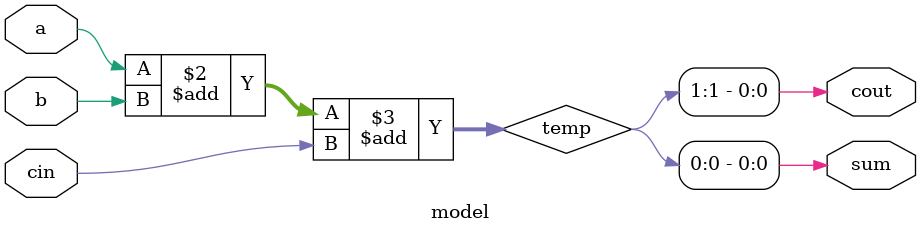
<source format=sv>


// The FA circuit has two single-bit outputs, sum and cout—the later represents the overflow bit to be used as a carry-in to a subsequent addition stage.

// Input and Output Signals
// a - First operand input bit
// b - Second operand input bit
// cin - Carry-in input bit from a previous adder stage
// sum - Sum output bit
// cout - Carry-out (overflow) output bit to be propagated to the next addition stage


module model (
    input a,
    input b,
    input cin,
    output logic sum,
    output logic cout
);

logic [1:0] temp;

always_comb begin
    temp = a + b + cin;
    cout = temp[1];
    sum = temp[0];

end

endmodule
</source>
